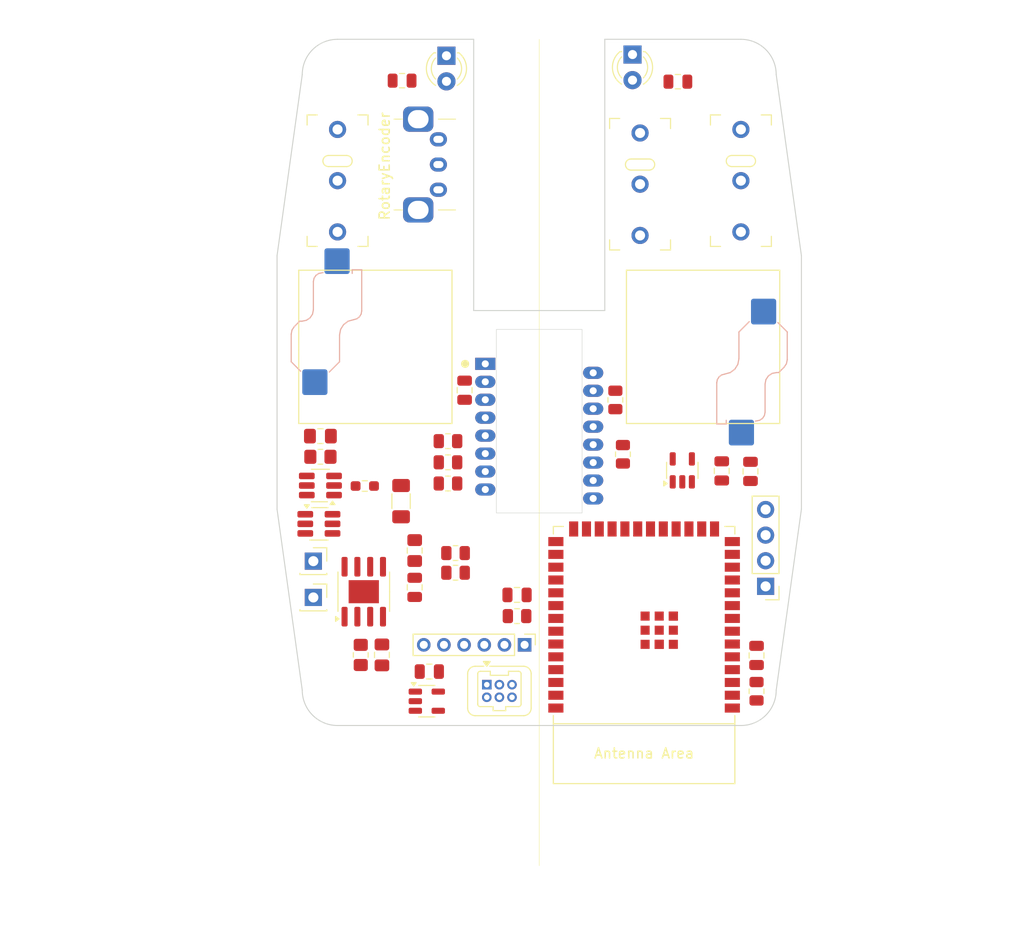
<source format=kicad_pcb>
(kicad_pcb (version 20240108) (generator "pcbnew") (generator_version "8.0")
  (layers (0 "F.Cu" signal) (31 "B.Cu" signal) (34 "B.Paste" user) (35 "F.Paste" user) (36 "B.SilkS" user "B.Silkscreen") (37 "F.SilkS" user "F.Silkscreen") (38 "B.Mask" user) (39 "F.Mask" user) (44 "Edge.Cuts" user))
  (net 0 "")
  (net 1 "GND")
  (net 2 "+3V3")
  (net 3 "+1V8")
  (net 4 "MISO")
  (net 5 "MOTION")
  (net 6 "SCLK")
  (net 7 "MOSI")
  (net 8 "NCS")
  (net 9 "Net-(D101-Pad2)")
  (net 15 "Net-(U2-LED_P)")
  (net 16 "Net-(U2-VDDPIX)")
  (net 17 "Net-(D102-Pad2)")
  (net 18 "Net-(U2-NRESET)")
  (net 19 "leftClick")
  (net 20 "LED2")
  (net 21 "LED1")
  (net 22 "Sensor_RST")
  (net 23 "rightClick")
  (net 24 "CenterClick")
  (net 26 "encC")
  (net 27 "encA")
  (net 28 "encB")
  (net 29 "+5V")
  (net 30 "EN")
  (net 31 "GPIO0")
  (net 32 "D-")
  (net 33 "D+")
  (net 34 "TX")
  (net 35 "RX")
  (net 36 "GPIO40")
  (net 37 "GPIO39")
  (net 38 "GPIO37")
  (net 39 "GPIO41")
  (net 40 "GPIO38")
  (net 41 "GPIO42")
  (net 50 "BAT+")
  (net 51 "Net-(U6-VCC)")
  (net 52 "BAT-")
  (net 53 "Net-(U5-~{CHRG})")
  (net 54 "Net-(U5-~{STDBY})")
  (net 55 "Net-(U5-PROG)")
  (net 56 "Net-(U6-CS)")
  (net 57 "/G2")
  (net 58 "/OC")
  (net 59 "/G1")
  (net 63 "CHRG")
  (net 64 "STDBY")
  (footprint "MountingHole:MountingHole_3.2mm_M3" (layer "F.Cu") (at 123.05 21.55 90)
    (property "Reference" "H4" (hide yes))
    (property "Value" "MountingHole")
    (pad "" np_thru_hole circle (at 0 0 90) (size 3.2 3.2) (drill 3.2) (layers "*.Cu" "*.Mask"))
  )
  (footprint "MountingHole:MountingHole_3.2mm_M3" (layer "F.Cu") (at 83.05 21.55 90)
    (property "Reference" "H3" (hide yes))
    (property "Value" "MountingHole")
    (pad "" np_thru_hole circle (at 0 0 90) (size 3.2 3.2) (drill 3.2) (layers "*.Cu" "*.Mask"))
  )
  (footprint "PMW3360:PMW3360" (layer "F.Cu") (at 97.7 50.235)
    (property "Reference" "U2" (hide yes))
    (property "Value" "PMW3360")
    (pad "1" thru_hole rect (at 0 0) (size 2 1.2) (drill 0.7) (layers "*.Cu" "*.Mask"))
    (pad "2" thru_hole oval (at 0 1.78) (size 2 1.2) (drill 0.7) (layers "*.Cu" "*.Mask"))
    (pad "3" thru_hole oval (at 0 3.56) (size 2 1.2) (drill 0.7) (layers "*.Cu" "*.Mask") (net 16 "Net-(U2-VDDPIX)"))
    (pad "4" thru_hole oval (at 0 5.34) (size 2 1.2) (drill 0.7) (layers "*.Cu" "*.Mask") (net 3 "+1V8"))
    (pad "5" thru_hole oval (at 0 7.12) (size 2 1.2) (drill 0.7) (layers "*.Cu" "*.Mask") (net 2 "+3V3"))
    (pad "6" thru_hole oval (at 0 8.9) (size 2 1.2) (drill 0.7) (layers "*.Cu" "*.Mask"))
    (pad "7" thru_hole oval (at 0 10.68) (size 2 1.2) (drill 0.7) (layers "*.Cu" "*.Mask") (net 18 "Net-(U2-NRESET)"))
    (pad "8" thru_hole oval (at 0 12.46) (size 2 1.2) (drill 0.7) (layers "*.Cu" "*.Mask") (net 1 "GND"))
    (pad "9" thru_hole oval (at 10.7 13.35) (size 2 1.2) (drill 0.7) (layers "*.Cu" "*.Mask") (net 5 "MOTION"))
    (pad "10" thru_hole oval (at 10.7 11.57) (size 2 1.2) (drill 0.7) (layers "*.Cu" "*.Mask") (net 6 "SCLK"))
    (pad "11" thru_hole oval (at 10.7 9.79) (size 2 1.2) (drill 0.7) (layers "*.Cu" "*.Mask") (net 7 "MOSI"))
    (pad "12" thru_hole oval (at 10.7 8.01) (size 2 1.2) (drill 0.7) (layers "*.Cu" "*.Mask") (net 4 "MISO"))
    (pad "13" thru_hole oval (at 10.7 6.23) (size 2 1.2) (drill 0.7) (layers "*.Cu" "*.Mask") (net 8 "NCS"))
    (pad "14" thru_hole oval (at 10.7 4.45) (size 2 1.2) (drill 0.7) (layers "*.Cu" "*.Mask"))
    (pad "15" thru_hole oval (at 10.7 2.67) (size 2 1.2) (drill 0.7) (layers "*.Cu" "*.Mask") (net 15 "Net-(U2-LED_P)"))
    (pad "16" thru_hole oval (at 10.7 0.89) (size 2 1.2) (drill 0.7) (layers "*.Cu" "*.Mask"))
  )
  (footprint "MountingHole:MountingHole_3.2mm_M3" (layer "F.Cu") (at 146.1 74.05 90)
    (property "Reference" "H2" (hide yes))
    (property "Value" "MountingHole")
    (pad "" np_thru_hole circle (at 0 0 90) (size 3.2 3.2) (drill 3.2) (layers "*.Cu" "*.Mask"))
  )
  (footprint "MountingHole:MountingHole_3.2mm_M3" (layer "F.Cu") (at 53.05 101.75 90)
    (property "Reference" "H1" (hide yes))
    (property "Value" "MountingHole")
    (pad "" np_thru_hole circle (at 0 0 90) (size 3.2 3.2) (drill 3.2) (layers "*.Cu" "*.Mask"))
  )
  (footprint "Capacitor_SMD:C_0805_2012Metric" (layer "F.Cu") (at 92.15 80.75 180)
    (property "Reference" "C4" (hide yes))
    (property "Value" "1u")
    (pad "1" smd roundrect (at -0.95 0 180) (size 1 1.45) (layers "F.Cu" "F.Paste" "F.Mask") (net 2 "+3V3"))
    (pad "2" smd roundrect (at 0.95 0 180) (size 1 1.45) (layers "F.Cu" "F.Paste" "F.Mask") (net 1 "GND"))
  )
  (footprint "Connector_Harwin:Harwin_Gecko-G125-FVX0605L0X_2x03_P1.25mm_Vertical" (layer "F.Cu") (at 97.85 82.05)
    (property "Reference" "J3" (hide yes))
    (property "Value" "Conn_02x03_Odd_Even")
    (pad "1" thru_hole rect (at 0 0) (size 0.95 0.95) (drill 0.55) (layers "*.Cu" "*.Mask") (net 2 "+3V3"))
    (pad "2" thru_hole circle (at 1.25 0) (size 0.95 0.95) (drill 0.55) (layers "*.Cu" "*.Mask") (net 1 "GND"))
    (pad "3" thru_hole circle (at 2.5 0) (size 0.95 0.95) (drill 0.55) (layers "*.Cu" "*.Mask") (net 31 "GPIO0"))
    (pad "4" thru_hole circle (at 0 1.25) (size 0.95 0.95) (drill 0.55) (layers "*.Cu" "*.Mask") (net 30 "EN"))
    (pad "5" thru_hole circle (at 1.25 1.25) (size 0.95 0.95) (drill 0.55) (layers "*.Cu" "*.Mask") (net 34 "TX"))
    (pad "6" thru_hole circle (at 2.5 1.25) (size 0.95 0.95) (drill 0.55) (layers "*.Cu" "*.Mask") (net 35 "RX"))
  )
  (footprint "MaSe:SW_Micro_Switch" (layer "F.Cu") (at 123.05 32.07 -90)
    (property "Reference" "SW104" (hide yes))
    (property "Value" "Push_Button")
    (pad "1" thru_hole circle (at -5.08 0 270) (size 1.7 1.7) (drill 1) (layers "*.Cu" "*.Mask") (net 1 "GND"))
    (pad "2" thru_hole circle (at 0 0 270) (size 1.7 1.7) (drill 1) (layers "*.Cu" "*.Mask") (net 23 "rightClick"))
    (pad "3" thru_hole circle (at 5.08 0 270) (size 1.7 1.7) (drill 1) (layers "*.Cu" "*.Mask"))
  )
  (footprint "Connector_PinHeader_2.00mm:PinHeader_1x06_P2.00mm_Vertical" (layer "F.Cu") (at 101.6 78.1 -90)
    (property "Reference" "J4" (hide yes))
    (property "Value" "Conn_01x06_Pin")
    (pad "1" thru_hole rect (at 0 0 270) (size 1.35 1.35) (drill 0.8) (layers "*.Cu" "*.Mask") (net 41 "GPIO42"))
    (pad "2" thru_hole oval (at -0.000001 2.000001 270) (size 1.35 1.35) (drill 0.8) (layers "*.Cu" "*.Mask") (net 39 "GPIO41"))
    (pad "3" thru_hole oval (at 0 4 270) (size 1.35 1.35) (drill 0.8) (layers "*.Cu" "*.Mask") (net 36 "GPIO40"))
    (pad "4" thru_hole oval (at -0.000001 6.000001 270) (size 1.35 1.35) (drill 0.8) (layers "*.Cu" "*.Mask") (net 37 "GPIO39"))
    (pad "5" thru_hole oval (at 0 8 270) (size 1.35 1.35) (drill 0.8) (layers "*.Cu" "*.Mask") (net 40 "GPIO38"))
    (pad "6" thru_hole oval (at 0.000001 10 270) (size 1.35 1.35) (drill 0.8) (layers "*.Cu" "*.Mask") (net 38 "GPIO37"))
  )
  (footprint "MaSe:SW_Micro_Switch" (layer "F.Cu") (at 113.05 32.42 -90)
    (property "Reference" "SW4" (hide yes))
    (property "Value" "Push_Button")
    (pad "1" thru_hole circle (at -5.08 0 270) (size 1.7 1.7) (drill 1) (layers "*.Cu" "*.Mask") (net 1 "GND"))
    (pad "2" thru_hole circle (at 0 0 270) (size 1.7 1.7) (drill 1) (layers "*.Cu" "*.Mask") (net 24 "CenterClick"))
    (pad "3" thru_hole circle (at 5.08 0 270) (size 1.7 1.7) (drill 1) (layers "*.Cu" "*.Mask"))
  )
  (footprint "Capacitor_SMD:C_0805_2012Metric_Pad1.18x1.45mm_HandSolder" (layer "F.Cu") (at 87.45 79.1 -90)
    (property "Reference" "C7" (hide yes))
    (property "Value" "0.1uF")
    (pad "1" smd roundrect (at -1.0375 0 270) (size 1.175 1.45) (layers "F.Cu" "F.Paste" "F.Mask") (roundrect_rratio 0.212766) (net 29 "+5V"))
    (pad "2" smd roundrect (at 1.0375 0 270) (size 1.175 1.45) (layers "F.Cu" "F.Paste" "F.Mask") (roundrect_rratio 0.212766) (net 1 "GND"))
  )
  (footprint "Capacitor_SMD:C_0805_2012Metric" (layer "F.Cu") (at 100.85 73.15)
    (property "Reference" "C6" (hide yes))
    (property "Value" "0.1u")
    (pad "1" smd roundrect (at -0.95 0) (size 1 1.45) (layers "F.Cu" "F.Paste" "F.Mask") (net 1 "GND"))
    (pad "2" smd roundrect (at 0.95 0) (size 1 1.45) (layers "F.Cu" "F.Paste" "F.Mask") (net 31 "GPIO0"))
  )
  (footprint "Package_SO:SOIC-8-1EP_3.9x4.9mm_P1.27mm_EP2.29x3mm" (layer "F.Cu") (at 85.65 72.83 90)
    (property "Reference" "U5" (hide yes))
    (property "Value" "TP4056")
    (pad "1" smd roundrect (at -2.475 -1.905 90) (size 1.95 0.6) (layers "F.Cu" "F.Paste" "F.Mask") (net 1 "GND"))
    (pad "2" smd roundrect (at -2.475 -0.635 90) (size 1.95 0.6) (layers "F.Cu" "F.Paste" "F.Mask") (net 55 "Net-(U5-PROG)"))
    (pad "3" smd roundrect (at -2.475 0.635 90) (size 1.95 0.6) (layers "F.Cu" "F.Paste" "F.Mask") (net 1 "GND"))
    (pad "4" smd roundrect (at -2.475 1.905 90) (size 1.95 0.6) (layers "F.Cu" "F.Paste" "F.Mask") (net 29 "+5V"))
    (pad "5" smd roundrect (at 2.475 1.905 90) (size 1.95 0.6) (layers "F.Cu" "F.Paste" "F.Mask") (net 50 "BAT+"))
    (pad "6" smd roundrect (at 2.475 0.635 90) (size 1.95 0.6) (layers "F.Cu" "F.Paste" "F.Mask") (net 54 "Net-(U5-~{STDBY})"))
    (pad "7" smd roundrect (at 2.475 -0.635 90) (size 1.95 0.6) (layers "F.Cu" "F.Paste" "F.Mask") (net 53 "Net-(U5-~{CHRG})"))
    (pad "8" smd roundrect (at 2.475 -1.905 90) (size 1.95 0.6) (layers "F.Cu" "F.Paste" "F.Mask") (net 29 "+5V"))
    (pad "9" smd rect (at 0 0 90) (size 2.29 3) (property pad_prop_heatsink) (layers "F.Cu" "F.Mask") (net 29 "+5V"))
  )
  (footprint "LED_THT:LED_D3.0mm" (layer "F.Cu") (at 112.3 19.56 -90)
    (property "Reference" "D102" (hide yes))
    (property "Value" "LED_3mm")
    (pad "1" thru_hole rect (at 0 0 270) (size 1.8 1.8) (drill 0.9) (layers "*.Cu" "*.Mask") (net 1 "GND"))
    (pad "2" thru_hole circle (at 2.54 0 270) (size 1.8 1.8) (drill 0.9) (layers "*.Cu" "*.Mask") (net 17 "Net-(D102-Pad2)"))
  )
  (footprint "Capacitor_SMD:C_0805_2012Metric" (layer "F.Cu") (at 90.7 72.4 -90)
    (property "Reference" "C3" (hide yes))
    (property "Value" "1u")
    (pad "1" smd roundrect (at -0.95 0 270) (size 1 1.45) (layers "F.Cu" "F.Paste" "F.Mask") (net 50 "BAT+"))
    (pad "2" smd roundrect (at 0.95 0 270) (size 1 1.45) (layers "F.Cu" "F.Paste" "F.Mask") (net 1 "GND"))
  )
  (footprint "Connector_PinSocket_2.54mm:PinSocket_1x01_P2.54mm_Vertical" (layer "F.Cu") (at 80.65 69.8)
    (property "Reference" "J7" (hide yes))
    (property "Value" "Conn_01x01_Female")
    (pad "1" thru_hole rect (at 0 0) (size 1.7 1.7) (drill 1) (layers "*.Cu" "*.Mask") (net 52 "BAT-"))
  )
  (footprint "Connector_PinHeader_2.54mm:PinHeader_1x04_P2.54mm_Vertical" (layer "F.Cu") (at 125.5 72.3 180)
    (property "Reference" "J1" (hide yes))
    (property "Value" "Conn_01x04")
    (pad "1" thru_hole rect (at 0 0 180) (size 1.7 1.7) (drill 1) (layers "*.Cu" "*.Mask") (net 29 "+5V"))
    (pad "2" thru_hole oval (at 0 2.54 180) (size 1.7 1.7) (drill 1) (layers "*.Cu" "*.Mask") (net 32 "D-"))
    (pad "3" thru_hole oval (at 0 5.08 180) (size 1.7 1.7) (drill 1) (layers "*.Cu" "*.Mask") (net 33 "D+"))
    (pad "4" thru_hole oval (at 0 7.62 180) (size 1.7 1.7) (drill 1) (layers "*.Cu" "*.Mask") (net 1 "GND"))
  )
  (footprint "Capacitor_SMD:C_0805_2012Metric" (layer "F.Cu") (at 95.65 52.85 90)
    (property "Reference" "C104" (hide yes))
    (property "Value" "4.7u")
    (pad "1" smd roundrect (at -0.95 0 90) (size 1 1.45) (layers "F.Cu" "F.Paste" "F.Mask") (net 16 "Net-(U2-VDDPIX)"))
    (pad "2" smd roundrect (at 0.95 0 90) (size 1 1.45) (layers "F.Cu" "F.Paste" "F.Mask") (net 1 "GND"))
  )
  (footprint "Resistor_SMD:R_0805_2012Metric_Pad1.20x1.40mm_HandSolder" (layer "F.Cu") (at 85.35 79.1 -90)
    (property "Reference" "R5" (hide yes))
    (property "Value" "10k")
    (pad "1" smd roundrect (at -1 0 270) (size 1.2 1.4) (layers "F.Cu" "F.Paste" "F.Mask") (roundrect_rratio 0.208333) (net 55 "Net-(U5-PROG)"))
    (pad "2" smd roundrect (at 1 0 270) (size 1.2 1.4) (layers "F.Cu" "F.Paste" "F.Mask") (roundrect_rratio 0.208333) (net 1 "GND"))
  )
  (footprint "MaSe:SW_Hotswap_Kailh_Choc_V1V2_1.00u" (layer "F.Cu") (at 86.8 48.55 90)
    (property "Reference" "SW1" (hide yes))
    (property "Value" "Push_Button")
    (pad "" np_thru_hole circle (at -5.5 0 90) (size 1.9 1.9) (drill 1.9) (layers "*.Cu" "*.Mask"))
    (pad "" np_thru_hole circle (at -5 5.15 90) (size 1.6 1.6) (drill 1.6) (layers "*.Cu" "*.Mask"))
    (pad "" np_thru_hole circle (at 0 -5.9 90) (size 3.05 3.05) (drill 3.05) (layers "*.Cu" "*.Mask"))
    (pad "" np_thru_hole circle (at 0 0 90) (size 5.05 5.05) (drill 5.05) (layers "*.Cu" "*.Mask"))
    (pad "" np_thru_hole circle (at 5 -3.8 90) (size 3.05 3.05) (drill 3.05) (layers "*.Cu" "*.Mask"))
    (pad "" np_thru_hole circle (at 5.5 0 90) (size 1.9 1.9) (drill 1.9) (layers "*.Cu" "*.Mask"))
    (pad "1" smd roundrect (at -3.5 -6 90) (size 2.55 2.5) (layers "B.Cu" "B.Paste" "B.Mask") (roundrect_rratio 0.1) (net 1 "GND"))
    (pad "2" smd roundrect (at 8.5 -3.8 90) (size 2.55 2.5) (layers "B.Cu" "B.Paste" "B.Mask") (roundrect_rratio 0.1) (net 19 "leftClick"))
  )
  (footprint "Package_TO_SOT_SMD:SOT-23-5" (layer "F.Cu") (at 117.2375 60.8 90)
    (property "Reference" "U1" (hide yes))
    (property "Value" "TCR2EF19")
    (pad "1" smd roundrect (at -1.1375 -0.95 90) (size 1.325 0.6) (layers "F.Cu" "F.Paste" "F.Mask") (net 2 "+3V3"))
    (pad "2" smd roundrect (at -1.1375 0 90) (size 1.325 0.6) (layers "F.Cu" "F.Paste" "F.Mask") (net 1 "GND"))
    (pad "3" smd roundrect (at -1.1375 0.95 90) (size 1.325 0.6) (layers "F.Cu" "F.Paste" "F.Mask") (net 2 "+3V3"))
    (pad "4" smd roundrect (at 1.1375 0.95 90) (size 1.325 0.6) (layers "F.Cu" "F.Paste" "F.Mask"))
    (pad "5" smd roundrect (at 1.1375 -0.95 90) (size 1.325 0.6) (layers "F.Cu" "F.Paste" "F.Mask") (net 3 "+1V8"))
  )
  (footprint "Capacitor_SMD:C_0805_2012Metric_Pad1.18x1.45mm_HandSolder" (layer "F.Cu") (at 81.35 57.4)
    (property "Reference" "C9" (hide yes))
    (property "Value" "0.1uF")
    (pad "1" smd roundrect (at -1.0375 0) (size 1.175 1.45) (layers "F.Cu" "F.Paste" "F.Mask") (roundrect_rratio 0.212766) (net 51 "Net-(U6-VCC)"))
    (pad "2" smd roundrect (at 1.0375 0) (size 1.175 1.45) (layers "F.Cu" "F.Paste" "F.Mask") (roundrect_rratio 0.212766) (net 52 "BAT-"))
  )
  (footprint "PCM_Espressif:ESP32-S3-WROOM-1" (layer "F.Cu") (at 113.45 76.11 180)
    (property "Reference" "U4" (hide yes))
    (property "Value" "ESP32-S3-WROOM-1")
    (fp_text user "Antenna Area" (at 0 -12.75 0) (layer "F.SilkS"))
    (pad "1" smd rect (at -8.75 -8.26 180) (size 1.5 0.9) (layers "F.Cu" "F.Paste" "F.Mask") (net 1 "GND"))
    (pad "2" smd rect (at -8.75 -6.99 180) (size 1.5 0.9) (layers "F.Cu" "F.Paste" "F.Mask") (net 2 "+3V3"))
    (pad "3" smd rect (at -8.75 -5.72 180) (size 1.5 0.9) (layers "F.Cu" "F.Paste" "F.Mask") (net 30 "EN"))
    (pad "4" smd rect (at -8.75 -4.45 180) (size 1.5 0.9) (layers "F.Cu" "F.Paste" "F.Mask"))
    (pad "5" smd rect (at -8.75 -3.18 180) (size 1.5 0.9) (layers "F.Cu" "F.Paste" "F.Mask"))
    (pad "6" smd rect (at -8.75 -1.91 180) (size 1.5 0.9) (layers "F.Cu" "F.Paste" "F.Mask"))
    (pad "7" smd rect (at -8.75 -0.64 180) (size 1.5 0.9) (layers "F.Cu" "F.Paste" "F.Mask"))
    (pad "8" smd rect (at -8.75 0.63 180) (size 1.5 0.9) (layers "F.Cu" "F.Paste" "F.Mask"))
    (pad "9" smd rect (at -8.75 1.9 180) (size 1.5 0.9) (layers "F.Cu" "F.Paste" "F.Mask"))
    (pad "10" smd rect (at -8.75 3.17 180) (size 1.5 0.9) (layers "F.Cu" "F.Paste" "F.Mask"))
    (pad "11" smd rect (at -8.75 4.44 180) (size 1.5 0.9) (layers "F.Cu" "F.Paste" "F.Mask") (net 64 "STDBY"))
    (pad "12" smd rect (at -8.75 5.71 180) (size 1.5 0.9) (layers "F.Cu" "F.Paste" "F.Mask") (net 63 "CHRG"))
    (pad "13" smd rect (at -8.75 6.98 180) (size 1.5 0.9) (layers "F.Cu" "F.Paste" "F.Mask") (net 32 "D-"))
    (pad "14" smd rect (at -8.75 8.25 180) (size 1.5 0.9) (layers "F.Cu" "F.Paste" "F.Mask") (net 33 "D+"))
    (pad "15" smd rect (at -6.985 9.5 270) (size 1.5 0.9) (layers "F.Cu" "F.Paste" "F.Mask") (net 23 "rightClick"))
    (pad "16" smd rect (at -5.715 9.5 270) (size 1.5 0.9) (layers "F.Cu" "F.Paste" "F.Mask") (net 21 "LED1"))
    (pad "17" smd rect (at -4.445 9.5 270) (size 1.5 0.9) (layers "F.Cu" "F.Paste" "F.Mask") (net 24 "CenterClick"))
    (pad "18" smd rect (at -3.175 9.5 270) (size 1.5 0.9) (layers "F.Cu" "F.Paste" "F.Mask") (net 8 "NCS"))
    (pad "19" smd rect (at -1.905 9.5 270) (size 1.5 0.9) (layers "F.Cu" "F.Paste" "F.Mask") (net 4 "MISO"))
    (pad "20" smd rect (at -0.635 9.5 270) (size 1.5 0.9) (layers "F.Cu" "F.Paste" "F.Mask") (net 7 "MOSI"))
    (pad "21" smd rect (at 0.635 9.5 270) (size 1.5 0.9) (layers "F.Cu" "F.Paste" "F.Mask") (net 6 "SCLK"))
    (pad "22" smd rect (at 1.905 9.5 270) (size 1.5 0.9) (layers "F.Cu" "F.Paste" "F.Mask") (net 5 "MOTION"))
    (pad "23" smd rect (at 3.175 9.5 270) (size 1.5 0.9) (layers "F.Cu" "F.Paste" "F.Mask") (net 22 "Sensor_RST"))
    (pad "24" smd rect (at 4.445 9.5 270) (size 1.5 0.9) (layers "F.Cu" "F.Paste" "F.Mask") (net 27 "encA"))
    (pad "25" smd rect (at 5.715 9.5 270) (size 1.5 0.9) (layers "F.Cu" "F.Paste" "F.Mask") (net 28 "encB"))
    (pad "26" smd rect (at 6.985 9.5 270) (size 1.5 0.9) (layers "F.Cu" "F.Paste" "F.Mask") (net 26 "encC"))
    (pad "27" smd rect (at 8.75 8.25) (size 1.5 0.9) (layers "F.Cu" "F.Paste" "F.Mask") (net 31 "GPIO0"))
    (pad "28" smd rect (at 8.75 6.98) (size 1.5 0.9) (layers "F.Cu" "F.Paste" "F.Mask") (net 20 "LED2"))
    (pad "29" smd rect (at 8.75 5.71) (size 1.5 0.9) (layers "F.Cu" "F.Paste" "F.Mask") (net 19 "leftClick"))
    (pad "30" smd rect (at 8.75 4.44) (size 1.5 0.9) (layers "F.Cu" "F.Paste" "F.Mask") (net 38 "GPIO37"))
    (pad "31" smd rect (at 8.75 3.17) (size 1.5 0.9) (layers "F.Cu" "F.Paste" "F.Mask") (net 40 "GPIO38"))
    (pad "32" smd rect (at 8.75 1.9) (size 1.5 0.9) (layers "F.Cu" "F.Paste" "F.Mask") (net 37 "GPIO39"))
    (pad "33" smd rect (at 8.75 0.63) (size 1.5 0.9) (layers "F.Cu" "F.Paste" "F.Mask") (net 36 "GPIO40"))
    (pad "34" smd rect (at 8.75 -0.64) (size 1.5 0.9) (layers "F.Cu" "F.Paste" "F.Mask") (net 39 "GPIO41"))
    (pad "35" smd rect (at 8.75 -1.91) (size 1.5 0.9) (layers "F.Cu" "F.Paste" "F.Mask") (net 41 "GPIO42"))
    (pad "36" smd rect (at 8.75 -3.18) (size 1.5 0.9) (layers "F.Cu" "F.Paste" "F.Mask") (net 35 "RX"))
    (pad "37" smd rect (at 8.75 -4.45) (size 1.5 0.9) (layers "F.Cu" "F.Paste" "F.Mask") (net 34 "TX"))
    (pad "38" smd rect (at 8.75 -5.72) (size 1.5 0.9) (layers "F.Cu" "F.Paste" "F.Mask"))
    (pad "39" smd rect (at 8.75 -6.99) (size 1.5 0.9) (layers "F.Cu" "F.Paste" "F.Mask"))
    (pad "40" smd rect (at 8.75 -8.26) (size 1.5 0.9) (layers "F.Cu" "F.Paste" "F.Mask") (net 1 "GND"))
    (pad "41" smd rect (at -2.9 -1.94) (size 0.9 0.9) (layers "F.Cu" "F.Paste" "F.Mask") (net 1 "GND"))
    (pad "41" smd rect (at -2.9 -0.54) (size 0.9 0.9) (layers "F.Cu" "F.Paste" "F.Mask") (net 1 "GND"))
    (pad "41" smd rect (at -2.9 0.86) (size 0.9 0.9) (layers "F.Cu" "F.Paste" "F.Mask") (net 1 "GND"))
    (pad "41" smd rect (at -2.9 0.86) (size 0.9 0.9) (layers "F.Cu" "F.Paste" "F.Mask") (net 1 "GND"))
    (pad "41" smd rect (at -1.5 -1.94) (size 0.9 0.9) (layers "F.Cu" "F.Paste" "F.Mask") (net 1 "GND"))
    (pad "41" smd rect (at -1.5 -1.94) (size 0.9 0.9) (layers "F.Cu" "F.Paste" "F.Mask") (net 1 "GND"))
    (pad "41" smd rect (at -1.5 -0.54) (size 0.9 0.9) (layers "F.Cu" "F.Paste" "F.Mask") (net 1 "GND"))
    (pad "41" smd rect (at -1.5 0.86) (size 0.9 0.9) (layers "F.Cu" "F.Paste" "F.Mask") (net 1 "GND"))
    (pad "41" smd rect (at -0.1 -1.94) (size 0.9 0.9) (layers "F.Cu" "F.Paste" "F.Mask") (net 1 "GND"))
    (pad "41" smd rect (at -0.1 -0.54) (size 0.9 0.9) (layers "F.Cu" "F.Paste" "F.Mask") (net 1 "GND"))
    (pad "41" smd rect (at -0.1 0.86) (size 0.9 0.9) (layers "F.Cu" "F.Paste" "F.Mask") (net 1 "GND"))
  )
  (footprint "Resistor_SMD:R_0805_2012Metric" (layer "F.Cu") (at 94 60 180)
    (property "Reference" "R108" (hide yes))
    (property "Value" "?")
    (pad "1" smd roundrect (at -0.9125 0 180) (size 1.025 1.4) (layers "F.Cu" "F.Paste" "F.Mask") (roundrect_rratio 0.243902) (net 1 "GND"))
    (pad "2" smd roundrect (at 0.9125 0 180) (size 1.025 1.4) (layers "F.Cu" "F.Paste" "F.Mask") (roundrect_rratio 0.243902) (net 22 "Sensor_RST"))
  )
  (footprint "Resistor_SMD:R_0603_1608Metric_Pad0.98x0.95mm_HandSolder" (layer "F.Cu") (at 85.75 62.35 180)
    (property "Reference" "R6" (hide yes))
    (property "Value" "1k")
    (pad "1" smd roundrect (at -0.9125 0 180) (size 0.975 0.95) (layers "F.Cu" "F.Paste" "F.Mask") (net 1 "GND"))
    (pad "2" smd roundrect (at 0.9125 0 180) (size 0.975 0.95) (layers "F.Cu" "F.Paste" "F.Mask") (net 56 "Net-(U6-CS)"))
  )
  (footprint "Resistor_SMD:R_0805_2012Metric" (layer "F.Cu") (at 111.35 59.2 90)
    (property "Reference" "R102" (hide yes))
    (property "Value" "10k")
    (pad "1" smd roundrect (at -0.9125 0 90) (size 1.025 1.4) (layers "F.Cu" "F.Paste" "F.Mask") (roundrect_rratio 0.243902) (net 2 "+3V3"))
    (pad "2" smd roundrect (at 0.9125 0 90) (size 1.025 1.4) (layers "F.Cu" "F.Paste" "F.Mask") (roundrect_rratio 0.243902) (net 4 "MISO"))
  )
  (footprint "LED_THT:LED_D3.0mm" (layer "F.Cu") (at 93.85 19.68 -90)
    (property "Reference" "D101" (hide yes))
    (property "Value" "LED_3mm")
    (pad "1" thru_hole rect (at 0 0 270) (size 1.8 1.8) (drill 0.9) (layers "*.Cu" "*.Mask") (net 1 "GND"))
    (pad "2" thru_hole circle (at 2.54 0 270) (size 1.8 1.8) (drill 0.9) (layers "*.Cu" "*.Mask") (net 9 "Net-(D101-Pad2)"))
  )
  (footprint "Resistor_SMD:R_1206_3216Metric_Pad1.30x1.75mm_HandSolder" (layer "F.Cu") (at 89.35 63.85 -90)
    (property "Reference" "R7" (hide yes))
    (property "Value" "0R")
    (pad "1" smd roundrect (at -1.55 0 270) (size 1.3 1.75) (layers "F.Cu" "F.Paste" "F.Mask") (roundrect_rratio 0.192308) (net 58 "/OC"))
    (pad "2" smd roundrect (at 1.55 0 270) (size 1.3 1.75) (layers "F.Cu" "F.Paste" "F.Mask") (roundrect_rratio 0.192308) (net 57 "/G2"))
  )
  (footprint "Package_TO_SOT_SMD:SOT-23-6_Handsoldering" (layer "F.Cu") (at 81.2 66.1)
    (property "Reference" "U7" (hide yes))
    (property "Value" "FS8205A")
    (pad "1" smd roundrect (at -1.35 -0.95) (size 1.56 0.65) (layers "F.Cu" "F.Paste" "F.Mask") (net 52 "BAT-"))
    (pad "2" smd roundrect (at -1.35 0) (size 1.56 0.65) (layers "F.Cu" "F.Paste" "F.Mask"))
    (pad "3" smd roundrect (at -1.35 0.95) (size 1.56 0.65) (layers "F.Cu" "F.Paste" "F.Mask") (net 1 "GND"))
    (pad "4" smd roundrect (at 1.35 0.95) (size 1.56 0.65) (layers "F.Cu" "F.Paste" "F.Mask") (net 57 "/G2"))
    (pad "5" smd roundrect (at 1.35 0) (size 1.56 0.65) (layers "F.Cu" "F.Paste" "F.Mask"))
    (pad "6" smd roundrect (at 1.35 -0.95) (size 1.56 0.65) (layers "F.Cu" "F.Paste" "F.Mask") (net 59 "/G1"))
  )
  (footprint "Package_TO_SOT_SMD:SOT-23-5" (layer "F.Cu") (at 91.9 83.6875)
    (property "Reference" "U3" (hide yes))
    (property "Value" "TLV73333PDBV")
    (pad "1" smd roundrect (at -1.1375 -0.95) (size 1.325 0.6) (layers "F.Cu" "F.Paste" "F.Mask") (net 50 "BAT+"))
    (pad "2" smd roundrect (at -1.1375 0) (size 1.325 0.6) (layers "F.Cu" "F.Paste" "F.Mask") (net 1 "GND"))
    (pad "3" smd roundrect (at -1.1375 0.95) (size 1.325 0.6) (layers "F.Cu" "F.Paste" "F.Mask") (net 50 "BAT+"))
    (pad "4" smd roundrect (at 1.1375 0.95) (size 1.325 0.6) (layers "F.Cu" "F.Paste" "F.Mask"))
    (pad "5" smd roundrect (at 1.1375 -0.95) (size 1.325 0.6) (layers "F.Cu" "F.Paste" "F.Mask") (net 2 "+3V3"))
  )
  (footprint "Resistor_SMD:R_0805_2012Metric" (layer "F.Cu") (at 94 62.1)
    (property "Reference" "R107" (hide yes))
    (property "Value" "?")
    (pad "1" smd roundrect (at -0.9125 0) (size 1.025 1.4) (layers "F.Cu" "F.Paste" "F.Mask") (roundrect_rratio 0.243902) (net 22 "Sensor_RST"))
    (pad "2" smd roundrect (at 0.9125 0) (size 1.025 1.4) (layers "F.Cu" "F.Paste" "F.Mask") (roundrect_rratio 0.243902) (net 18 "Net-(U2-NRESET)"))
  )
  (footprint "MaSe:SW_Hotswap_Kailh_Choc_V1V2_1.00u" (layer "F.Cu") (at 119.3 48.55 -90)
    (property "Reference" "SW2" (hide yes))
    (property "Value" "Push_Button")
    (pad "" np_thru_hole circle (at -5.5 0 270) (size 1.9 1.9) (drill 1.9) (layers "*.Cu" "*.Mask"))
    (pad "" np_thru_hole circle (at -5 5.15 270) (size 1.6 1.6) (drill 1.6) (layers "*.Cu" "*.Mask"))
    (pad "" np_thru_hole circle (at 0 -5.9 270) (size 3.05 3.05) (drill 3.05) (layers "*.Cu" "*.Mask"))
    (pad "" np_thru_hole circle (at 0 0 270) (size 5.05 5.05) (drill 5.05) (layers "*.Cu" "*.Mask"))
    (pad "" np_thru_hole circle (at 5 -3.8 270) (size 3.05 3.05) (drill 3.05) (layers "*.Cu" "*.Mask"))
    (pad "" np_thru_hole circle (at 5.5 0 270) (size 1.9 1.9) (drill 1.9) (layers "*.Cu" "*.Mask"))
    (pad "1" smd roundrect (at -3.5 -6 270) (size 2.55 2.5) (layers "B.Cu" "B.Paste" "B.Mask") (roundrect_rratio 0.1) (net 1 "GND"))
    (pad "2" smd roundrect (at 8.5 -3.8 270) (size 2.55 2.5) (layers "B.Cu" "B.Paste" "B.Mask") (roundrect_rratio 0.1) (net 23 "rightClick"))
  )
  (footprint "Package_TO_SOT_SMD:SOT-23-6_Handsoldering" (layer "F.Cu") (at 81.35 62.3 180)
    (property "Reference" "U6" (hide yes))
    (property "Value" "DW01")
    (pad "1" smd roundrect (at -1.35 -0.95 180) (size 1.56 0.65) (layers "F.Cu" "F.Paste" "F.Mask") (net 59 "/G1"))
    (pad "2" smd roundrect (at -1.35 0 180) (size 1.56 0.65) (layers "F.Cu" "F.Paste" "F.Mask") (net 56 "Net-(U6-CS)"))
    (pad "3" smd roundrect (at -1.35 0.95 180) (size 1.56 0.65) (layers "F.Cu" "F.Paste" "F.Mask") (net 58 "/OC"))
    (pad "4" smd roundrect (at 1.35 0.95 180) (size 1.56 0.65) (layers "F.Cu" "F.Paste" "F.Mask"))
    (pad "5" smd roundrect (at 1.35 0 180) (size 1.56 0.65) (layers "F.Cu" "F.Paste" "F.Mask") (net 51 "Net-(U6-VCC)"))
    (pad "6" smd roundrect (at 1.35 -0.95 180) (size 1.56 0.65) (layers "F.Cu" "F.Paste" "F.Mask") (net 52 "BAT-"))
  )
  (footprint "Resistor_SMD:R_0805_2012Metric" (layer "F.Cu") (at 94.75 69 180)
    (property "Reference" "R3" (hide yes))
    (property "Value" "1k")
    (pad "1" smd roundrect (at -0.9125 0 180) (size 1.025 1.4) (layers "F.Cu" "F.Paste" "F.Mask") (roundrect_rratio 0.243902) (net 63 "CHRG"))
    (pad "2" smd roundrect (at 0.9125 0 180) (size 1.025 1.4) (layers "F.Cu" "F.Paste" "F.Mask") (roundrect_rratio 0.243902) (net 53 "Net-(U5-~{CHRG})"))
  )
  (footprint "Capacitor_SMD:C_0805_2012Metric" (layer "F.Cu") (at 124 60.9 90)
    (property "Reference" "C2" (hide yes))
    (property "Value" "1u")
    (pad "1" smd roundrect (at -0.95 0 90) (size 1 1.45) (layers "F.Cu" "F.Paste" "F.Mask") (net 3 "+1V8"))
    (pad "2" smd roundrect (at 0.95 0 90) (size 1 1.45) (layers "F.Cu" "F.Paste" "F.Mask") (net 1 "GND"))
  )
  (footprint "PCM_4ms_Resistor:R_0805_2012Metric" (layer "F.Cu") (at 116.8 22.25)
    (property "Reference" "R106" (hide yes))
    (property "Value" "R_1206")
    (pad "1" smd roundrect (at -0.9375 0) (size 0.975 1.4) (layers "F.Cu" "F.Paste" "F.Mask") (net 17 "Net-(D102-Pad2)"))
    (pad "2" smd roundrect (at 0.9375 0) (size 0.975 1.4) (layers "F.Cu" "F.Paste" "F.Mask") (net 21 "LED1"))
  )
  (footprint "MaSe:Alps-EC10E1220501" (layer "F.Cu") (at 93.05 30.47 90)
    (property "Reference" "SW3" (hide yes))
    (property "Value" "RotaryEncoder" (at -0.167 -5.334 90) (layer "F.SilkS"))
    (pad "4" thru_hole roundrect (at -4.5 -2 90) (size 2.5 3) (drill oval 1.8 2.05) (layers "*.Cu" "*.Mask"))
    (pad "4" thru_hole roundrect (at 4.5 -2 90) (size 2.5 3) (drill oval 1.8 2.05) (layers "*.Cu" "*.Mask"))
    (pad "A" thru_hole oval (at -2.5 0 90) (size 1.4 1.7) (drill oval 0.7 1) (layers "*.Cu" "*.Mask") (net 27 "encA"))
    (pad "B" thru_hole oval (at 0 0 90) (size 1.4 1.7) (drill oval 0.7 1) (layers "*.Cu" "*.Mask") (net 28 "encB"))
    (pad "C" thru_hole oval (at 2.5 0 90) (size 1.4 1.7) (drill oval 0.7 1) (layers "*.Cu" "*.Mask") (net 26 "encC"))
  )
  (footprint "Capacitor_SMD:C_0805_2012Metric" (layer "F.Cu") (at 121.15 60.85 -90)
    (property "Reference" "C1" (hide yes))
    (property "Value" "0.1u")
    (pad "1" smd roundrect (at -0.95 0 270) (size 1 1.45) (layers "F.Cu" "F.Paste" "F.Mask") (net 1 "GND"))
    (pad "2" smd roundrect (at 0.95 0 270) (size 1 1.45) (layers "F.Cu" "F.Paste" "F.Mask") (net 2 "+3V3"))
  )
  (footprint "PCM_openinput:SW_Micro_Switch" (layer "F.Cu") (at 83.05 32.07 -90)
    (property "Reference" "SW101" (hide yes))
    (property "Value" "Push_Button")
    (pad "1" thru_hole circle (at -5.08 0 270) (size 1.7 1.7) (drill 1) (layers "*.Cu" "*.Mask") (net 1 "GND"))
    (pad "2" thru_hole circle (at 0 0 270) (size 1.7 1.7) (drill 1) (layers "*.Cu" "*.Mask") (net 19 "leftClick"))
    (pad "3" thru_hole circle (at 5.08 0 270) (size 1.7 1.7) (drill 1) (layers "*.Cu" "*.Mask"))
  )
  (footprint "Resistor_SMD:R_0805_2012Metric" (layer "F.Cu") (at 110.6 53.8125 90)
    (property "Reference" "R101" (hide yes))
    (property "Value" "39")
    (pad "1" smd roundrect (at -0.9125 0 90) (size 1.025 1.4) (layers "F.Cu" "F.Paste" "F.Mask") (roundrect_rratio 0.243902) (net 3 "+1V8"))
    (pad "2" smd roundrect (at 0.9125 0 90) (size 1.025 1.4) (layers "F.Cu" "F.Paste" "F.Mask") (roundrect_rratio 0.243902) (net 15 "Net-(U2-LED_P)"))
  )
  (footprint "PCM_4ms_Resistor:R_0805_2012Metric" (layer "F.Cu") (at 89.45 22.15 180)
    (property "Reference" "R105" (hide yes))
    (property "Value" "R_1206")
    (pad "1" smd roundrect (at -0.9375 0 180) (size 0.975 1.4) (layers "F.Cu" "F.Paste" "F.Mask") (net 9 "Net-(D101-Pad2)"))
    (pad "2" smd roundrect (at 0.9375 0 180) (size 0.975 1.4) (layers "F.Cu" "F.Paste" "F.Mask") (net 20 "LED2"))
  )
  (footprint "Capacitor_SMD:C_0805_2012Metric" (layer "F.Cu") (at 124.6 79.15 -90)
    (property "Reference" "C5" (hide yes))
    (property "Value" "0.1u")
    (pad "1" smd roundrect (at -0.95 0 270) (size 1 1.45) (layers "F.Cu" "F.Paste" "F.Mask") (net 1 "GND"))
    (pad "2" smd roundrect (at 0.95 0 270) (size 1 1.45) (layers "F.Cu" "F.Paste" "F.Mask") (net 30 "EN"))
  )
  (footprint "Resistor_SMD:R_0805_2012Metric_Pad1.20x1.40mm_HandSolder" (layer "F.Cu") (at 81.35 59.45 180)
    (property "Reference" "R8" (hide yes))
    (property "Value" "100")
    (pad "1" smd roundrect (at -1 0 180) (size 1.2 1.4) (layers "F.Cu" "F.Paste" "F.Mask") (roundrect_rratio 0.208333) (net 50 "BAT+"))
    (pad "2" smd roundrect (at 1 0 180) (size 1.2 1.4) (layers "F.Cu" "F.Paste" "F.Mask") (roundrect_rratio 0.208333) (net 51 "Net-(U6-VCC)"))
  )
  (footprint "Capacitor_SMD:C_0805_2012Metric_Pad1.18x1.45mm_HandSolder" (layer "F.Cu") (at 90.7 68.75 90)
    (property "Reference" "C8" (hide yes))
    (property "Value" "10uF")
    (pad "1" smd roundrect (at -1.0375 0 90) (size 1.175 1.45) (layers "F.Cu" "F.Paste" "F.Mask") (roundrect_rratio 0.212766) (net 50 "BAT+"))
    (pad "2" smd roundrect (at 1.0375 0 90) (size 1.175 1.45) (layers "F.Cu" "F.Paste" "F.Mask") (roundrect_rratio 0.212766) (net 1 "GND"))
  )
  (footprint "Resistor_SMD:R_0805_2012Metric" (layer "F.Cu") (at 124.6 82.7 90)
    (property "Reference" "R1" (hide yes))
    (property "Value" "10k")
    (pad "1" smd roundrect (at -0.9125 0 90) (size 1.025 1.4) (layers "F.Cu" "F.Paste" "F.Mask") (roundrect_rratio 0.243902) (net 2 "+3V3"))
    (pad "2" smd roundrect (at 0.9125 0 90) (size 1.025 1.4) (layers "F.Cu" "F.Paste" "F.Mask") (roundrect_rratio 0.243902) (net 30 "EN"))
  )
  (footprint "Resistor_SMD:R_0805_2012Metric" (layer "F.Cu") (at 100.85 75.25)
    (property "Reference" "R2" (hide yes))
    (property "Value" "10k")
    (pad "1" smd roundrect (at -0.9125 0) (size 1.025 1.4) (layers "F.Cu" "F.Paste" "F.Mask") (roundrect_rratio 0.243902) (net 2 "+3V3"))
    (pad "2" smd roundrect (at 0.9125 0) (size 1.025 1.4) (layers "F.Cu" "F.Paste" "F.Mask") (roundrect_rratio 0.243902) (net 31 "GPIO0"))
  )
  (footprint "Connector_PinSocket_2.54mm:PinSocket_1x01_P2.54mm_Vertical" (layer "F.Cu") (at 80.65 73.4)
    (property "Reference" "J10" (hide yes))
    (property "Value" "Conn_01x01_Female")
    (pad "1" thru_hole rect (at 0 0) (size 1.7 1.7) (drill 1) (layers "*.Cu" "*.Mask") (net 50 "BAT+"))
  )
  (footprint "Resistor_SMD:R_0805_2012Metric" (layer "F.Cu") (at 94 57.9)
    (property "Reference" "R109" (hide yes))
    (property "Value" "?")
    (pad "1" smd roundrect (at -0.9125 0) (size 1.025 1.4) (layers "F.Cu" "F.Paste" "F.Mask") (roundrect_rratio 0.243902) (net 22 "Sensor_RST"))
    (pad "2" smd roundrect (at 0.9125 0) (size 1.025 1.4) (layers "F.Cu" "F.Paste" "F.Mask") (roundrect_rratio 0.243902) (net 2 "+3V3"))
  )
  (footprint "Resistor_SMD:R_0805_2012Metric" (layer "F.Cu") (at 94.75 70.95 180)
    (property "Reference" "R4" (hide yes))
    (property "Value" "1k")
    (pad "1" smd roundrect (at -0.9125 0 180) (size 1.025 1.4) (layers "F.Cu" "F.Paste" "F.Mask") (roundrect_rratio 0.243902) (net 64 "STDBY"))
    (pad "2" smd roundrect (at 0.9125 0 180) (size 1.025 1.4) (layers "F.Cu" "F.Paste" "F.Mask") (roundrect_rratio 0.243902) (net 54 "Net-(U5-~{STDBY})"))
  )
  (gr_line (start 103.05 18.05) (end 103.05 100) (stroke (width 0.05)) (layer "F.SilkS"))
  (gr_line (start 83.05 18.05) (end 96.55 18.05) (stroke (width 0.1)) (layer "Edge.Cuts"))
  (gr_arc (start 123.05 18.05) (mid 125.524874 19.075126) (end 126.55 21.55) (stroke (width 0.1)) (layer "Edge.Cuts"))
  (gr_rect (start 98.8 46.82) (end 107.3 65.02) (stroke (width 0.05)) (fill none) (layer "Edge.Cuts"))
  (gr_line (start 109.55 44.95) (end 109.55 18.05) (stroke (width 0.1)) (layer "Edge.Cuts"))
  (gr_line (start 109.55 18.05) (end 123.05 18.05) (stroke (width 0.1)) (layer "Edge.Cuts"))
  (gr_line (start 129.05 64.65) (end 129.05 39.5) (stroke (width 0.1)) (layer "Edge.Cuts"))
  (gr_arc (start 126.55 82.6) (mid 125.524874 85.074874) (end 123.05 86.1) (stroke (width 0.1)) (layer "Edge.Cuts"))
  (gr_line (start 77.05 64.65) (end 77.05 39.5) (stroke (width 0.1)) (layer "Edge.Cuts"))
  (gr_arc (start 79.55 21.55) (mid 80.575126 19.075126) (end 83.05 18.05) (stroke (width 0.1)) (layer "Edge.Cuts"))
  (gr_line (start 129.05 39.5) (end 126.55 21.55) (stroke (width 0.1)) (layer "Edge.Cuts"))
  (gr_line (start 83.05 86.1) (end 123.05 86.1) (stroke (width 0.1)) (layer "Edge.Cuts"))
  (gr_arc (start 83.05 86.1) (mid 80.575126 85.074874) (end 79.55 82.6) (stroke (width 0.1)) (layer "Edge.Cuts"))
  (gr_line (start 77.05 64.65) (end 79.55 82.6) (stroke (width 0.1)) (layer "Edge.Cuts"))
  (gr_line (start 129.05 64.65) (end 126.55 82.6) (stroke (width 0.1)) (layer "Edge.Cuts"))
  (gr_line (start 96.55 44.95) (end 96.55 18.05) (stroke (width 0.1)) (layer "Edge.Cuts"))
  (gr_line (start 77.05 39.5) (end 79.55 21.55) (stroke (width 0.1)) (layer "Edge.Cuts"))
  (gr_line (start 96.55 44.95) (end 109.55 44.95) (stroke (width 0.1)) (layer "Edge.Cuts"))
)
</source>
